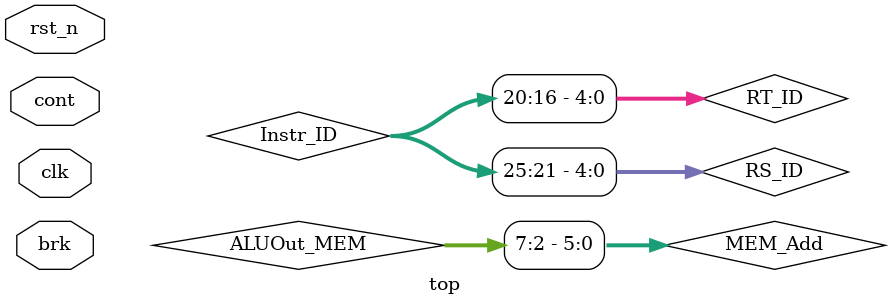
<source format=v>
`timescale 1ns / 1ps

module top(
	input clk,
	input rst_n,
	input brk,
	input cont
);

wire [31:0] Instr_IF, Instr_ID;
wire [31:0] PC, PCPlus4_IF, PCPlus4_ID;
wire [31:0] PCBOut_ID, PCJOut, PCNext;
wire [31:0] ReadRs_ID, ReadRs_EX;
wire [31:0] ReadRt_ID, ReadRt_EX, ReadRt_MEM;
wire [31:0] ReadData_MEM, ReadData_WB;
wire [31:0] Signimm_ID, Signimm_EX;
wire [31:0] ALUOut_EX, ALUOut_MEM, ALUOut_WB;
wire [31:0] ALUSrcA, ALUSrcB;
wire [31:0] Branch_A, Branch_B;
wire [31:0] WriteData_WB;
wire [31:0] ALUInB;

wire [5:0] MEM_Add;
wire [4:0] RS_EX, RT_EX, RD_EX, RT_ID, RS_ID;
wire [4:0] WriteReg_EX, WriteReg_MEM, WriteReg_WB;

wire [3:0] ALUControl_ID, ALUControl_EX;
wire [2:0] BranchSt_ID;
wire [1:0] ForwardA, ForwardB, ForwardA_ID, ForwardB_ID;
wire [1:0] PCSrc;
wire [1:0] ALUOF_ID, ALUOF_EX;

wire Flush_FD, Flush_DE;
wire Stall_PC, Stall_FD, Jump, JumpR;

wire MemtoReg_ID, MemtoReg_EX, MemtoReg_MEM, MemtoReg_WB;
wire MemWrite_ID, MemWrite_EX, MemWrite_MEM;
wire MemRead_ID, MemRead_EX;
wire Branch_ID;
wire ALUSrc_ID, ALUSrc_EX;
wire RegDst_ID, RegDst_EX;
wire RegWrite_ID, RegWrite_EX, RegWrite_MEM, RegWrite_WB;
wire Overflow_EX;

wire PCJ, PCB, PCE;

Hazard hazard(
    .MemRead_DE(MemRead_EX),
	.Overflow(Overflow_EX),
	.RegWrite_EX(RegWrite_EX),
	.Branch_ID(Branch_ID),
	.Break(brk),
	.RT_DE(RT_EX),
	.RT_FD(RT_ID),
	.RS_FD(RS_ID),
	.WriteReg_EX(WriteReg_EX),
	.Flush_DE(Flush_DE),
	.Expt_PC(PCE),
	.Stall_PC(Stall_PC),
	.Stall_FD(Stall_FD)
);


// 	IF
PC Pc(
	.clk(clk), 
	.rst_n(rst_n),
	.Stall(Stall_PC),
	.Continue(cont),
	.PCSrc(PCSrc),
	.PCPlus4(PCPlus4_IF),
	.PCJOut(PCJOut),
	.PCBOut(PCBOut_ID),
	.PCNext(PC)
);

assign Flush_FD = PCJ || PCB || PCE;

PC_Plus4 PCPlus(PC, PCPlus4_IF);

PCMUX pcmux(PCJ, PCB, PCE, PCSrc);

ram1 rr(
	.clk(clk),
	.a(PC[5:0]),
	.we(1'b0),
	.d(0),
	.spo(Instr_IF)
);

IF_ID FD(
	.clk(clk),
	.rst_n(rst_n),
	.flush(Flush_FD),
	.stall(Stall_FD),
	.PCPlus4_IF(PCPlus4_IF),
	.Instr_IF(Instr_IF),
	.PCPlus4_ID(PCPlus4_ID),
	.Instr_ID(Instr_ID)
);

//	ID
ForwardMUX fmaid(
	.ALUSec(ForwardA_ID),
	.ALU_DE(ReadRs_ID),
	.ALU_EM(ALUOut_EX),
	.ALU_MW(ReadData_MEM),
	.ALUSrc(Branch_A)
);

ForwardMUX fmbid(
	.ALUSec(ForwardB_ID),
	.ALU_DE(ReadRt_ID),
	.ALU_EM(ALUOut_EX),
	.ALU_MW(ReadData_MEM),
	.ALUSrc(Branch_B)
);


BranchSec BS(
	.Branch(Branch_ID),
	.BranchSt(BranchSt_ID),
	.Rs(Branch_A),
	.Rt(Branch_B),
	.PCSrc(PCB)
);

assign PCBOut_ID = PCPlus4_ID + Signimm_ID;

Control Con(
	.opcode(Instr_ID[31:26]), 
	.funct(Instr_ID[5:0]), 
	.RD(Instr_ID[20:16]),
	.Jump(Jump), 
	.JumpR(JumpR),
	.MemtoReg(MemtoReg_ID), 
	.MemWrite(MemWrite_ID), 
	.MemRead(MemRead_ID),
	.Branch(Branch_ID), 
	.ALUSrc(ALUSrc_ID), 
	.RegDst(RegDst_ID), 
	.RegWrite(RegWrite_ID), 
	.ALUOF(ALUOF_ID),
	.BranchSt(BranchSt_ID),
	.ALUControl(ALUControl_ID)
);

PC_JMUX PCJm(
	.Jump(Jump),
	.JumpR(JumpR),
	.PCPlus4(PCPlus4_ID),
	.Instr(Instr_ID[27:0]),
	.ReadRs_ID(ReadRs_ID),
	.PCJ(PCJ),
	.PCJOut(PCJOut)
);

RegFile Reg(
	.clk(clk), 
	.rst_n(rst_n), 
	.RegWrite(RegWrite_WB), 
	.rAddr0(Instr_ID[25:21]), 
	.rAddr1(Instr_ID[20:16]), 
	.wAddr(WriteReg_WB), 
	.wDin(WriteData_WB), 
	.rDout0(ReadRs_ID), 
	.rDout1(ReadRt_ID)
);

assign RT_ID = Instr_ID[20:16];
assign RS_ID = Instr_ID[25:21];

Ext E(Instr_ID[15:0], Signimm_ID);

ID_EX DE(
	.clk(clk),
	.rst_n(rst_n),
	.flush(Flush_DE),
	.MemtoReg_ID(MemtoReg_ID),
	.MemWrite_ID(MemWrite_ID),
	.MemRead_ID(MemRead_ID),
	.ALUSrc_ID(ALUSrc_ID),
	.RegDst_ID(RegDst_ID),
	.RegWrite_ID(RegWrite_ID),
	.ALUOF_ID(ALUOF_ID),
	.ALUControl_ID(ALUControl_ID),
	.ReadRs_ID(ReadRs_ID),
	.ReadRt_ID(ReadRt_ID),
	.Signimm_ID(Signimm_ID),
	.RS_ID(Instr_ID[25:21]),
	.RT_ID(Instr_ID[20:16]),
	.RD_ID(Instr_ID[15:11]),
	.MemtoReg_EX(MemtoReg_EX),
	.MemWrite_EX(MemWrite_EX),
	.MemRead_EX(MemRead_EX),
	.ALUSrc_EX(ALUSrc_EX),
	.RegDst_EX(RegDst_EX),
	.ALUOF_EX(ALUOF_EX),
	.RegWrite_EX(RegWrite_EX),
	.ALUControl_EX(ALUControl_EX),
	.ReadRs_EX(ReadRs_EX),
	.ReadRt_EX(ReadRt_EX),
	.Signimm_EX(Signimm_EX),
	.RS_EX(RS_EX),
	.RT_EX(RT_EX),
	.RD_EX(RD_EX)
);

//	EX
MUX alumux(
	.data0(ALUInB),
	.data1(Signimm_EX),
	.ctrl(ALUSrc_EX),
	.dataout(ALUSrcB)
);

ForwardMUX fmuxa(
	.ALUSec(ForwardA),
	.ALU_DE(ReadRs_EX),
	.ALU_EM(ALUOut_MEM),
	.ALU_MW(WriteData_WB),
	.ALUSrc(ALUSrcA)
);

ForwardMUX fmuxb(
	.ALUSec(ForwardB),
	.ALU_DE(ReadRt_EX),
	.ALU_EM(ALUOut_MEM),
	.ALU_MW(WriteData_WB),
	.ALUSrc(ALUInB)
);

ALU alu(
	.alu_a(ALUSrcA),
	.alu_b(ALUSrcB),
	.alu_op(ALUControl_EX),
	.ins(ALUOF_EX),
	.Overflow(Overflow_EX),
	.Zero(Zero_EX),
	.alu_out(ALUOut_EX)
);

RD_MUX RDMUX(RegDst_EX, RT_EX, RD_EX, WriteReg_EX);

Forward forw(
	.RegWrite_EM(RegWrite_MEM),
	.RegWrite_MW(RegWrite_WB),
	.RegWrite_EX(RegWrite_EX),
	.Branch_ID(Branch_ID),
	.WriteReg_EM(WriteReg_MEM),
	.WriteReg_MW(WriteReg_WB),
	.WriteReg_EX(WriteReg_EX),
	.RT_DE(RT_EX),
	.RS_DE(RS_EX),
	.RS_ID(RS_ID),
	.RT_ID(RT_ID),
	.ForwardA(ForwardA),
	.ForwardB(ForwardB),
	.ForwardA_ID(ForwardA_ID),
	.ForwardB_ID(ForwardB_ID)
);

EX_MEM EM(
	.clk(clk),
	.rst_n(rst_n),
	.MemtoReg_EX(MemtoReg_EX),
	.MemWrite_EX(MemWrite_EX),
	.RegWrite_EX(RegWrite_EX),
	.Zero_EX(Zero_EX),
	.ALUOut_EX(ALUOut_EX),
	.ReadRt_EX(ALUInB),
	.WriteReg_EX(WriteReg_EX),
	.MemtoReg_MEM(MemtoReg_MEM),
	.MemWrite_MEM(MemWrite_MEM),
	.RegWrite_MEM(RegWrite_MEM),
	.Zero_MEM(Zero_MEM),
	.ALUOut_MEM(ALUOut_MEM),
	.ReadRt_MEM(ReadRt_MEM),
	.WriteReg_MEM(WriteReg_MEM)
);

//  MEM
assign MEM_Add = ALUOut_MEM[7:0] >> 2;

Ram Mem(
	.a(MEM_Add),
	.clk(clk),
	.spo(ReadData_MEM),
	.we(MemWrite_MEM),
	.d(ReadRt_MEM)
);

MEM_WB MW(
	.clk(clk),
	.rst_n(rst_n),
	.RegWrite_MEM(RegWrite_MEM),
	.MemtoReg_MEM(MemtoReg_MEM),
	.ReadData_MEM(ReadData_MEM),
	.ALUOut_MEM(ALUOut_MEM),
	.WriteReg_MEM(WriteReg_MEM),
	.RegWrite_WB(RegWrite_WB),
	.MemtoReg_WB(MemtoReg_WB),
	.ReadData_WB(ReadData_WB),
	.ALUOut_WB(ALUOut_WB),
	.WriteReg_WB(WriteReg_WB)
);

// WB
MUX mux(ALUOut_WB, ReadData_WB, MemtoReg_WB, WriteData_WB);

endmodule
</source>
